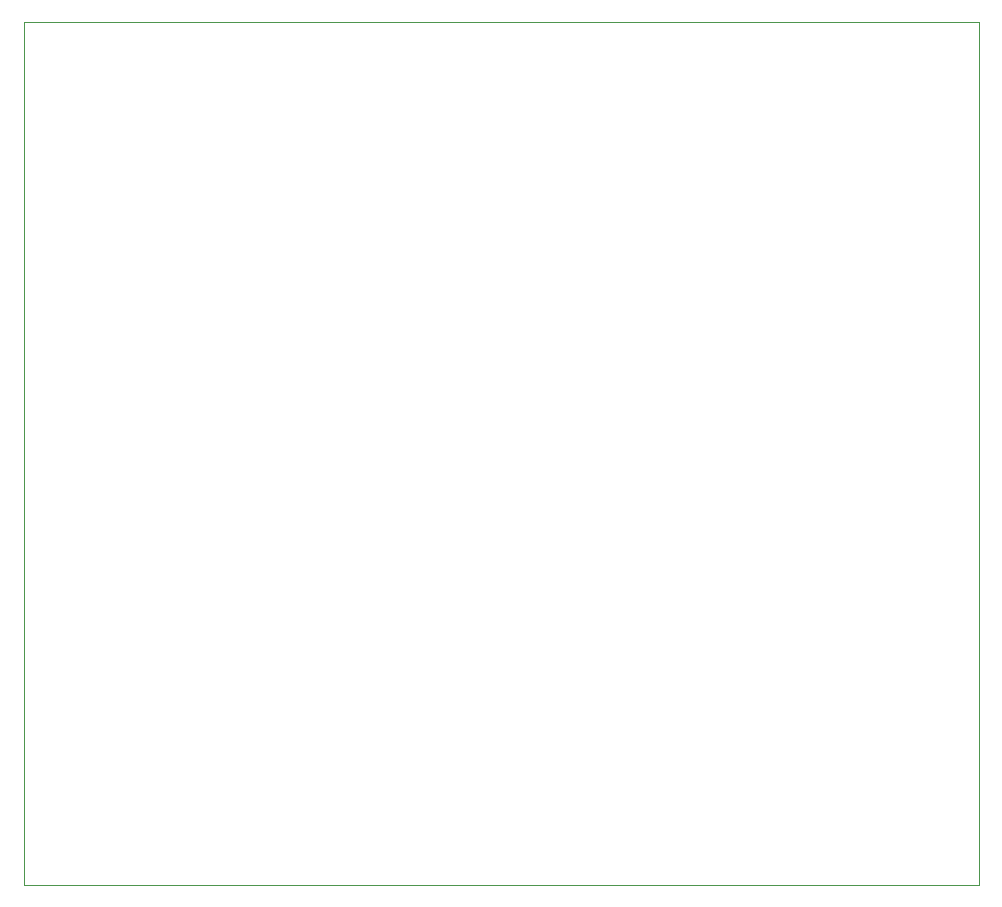
<source format=gm1>
G04 #@! TF.GenerationSoftware,KiCad,Pcbnew,9.0.1*
G04 #@! TF.CreationDate,2025-08-27T22:36:15+05:00*
G04 #@! TF.ProjectId,30A_home_automation_using_esp32,3330415f-686f-46d6-955f-6175746f6d61,rev?*
G04 #@! TF.SameCoordinates,Original*
G04 #@! TF.FileFunction,Profile,NP*
%FSLAX46Y46*%
G04 Gerber Fmt 4.6, Leading zero omitted, Abs format (unit mm)*
G04 Created by KiCad (PCBNEW 9.0.1) date 2025-08-27 22:36:15*
%MOMM*%
%LPD*%
G01*
G04 APERTURE LIST*
G04 #@! TA.AperFunction,Profile*
%ADD10C,0.050000*%
G04 #@! TD*
G04 APERTURE END LIST*
D10*
X78100000Y-47200000D02*
X158900000Y-47200000D01*
X158900000Y-120300000D01*
X78100000Y-120300000D01*
X78100000Y-47200000D01*
M02*

</source>
